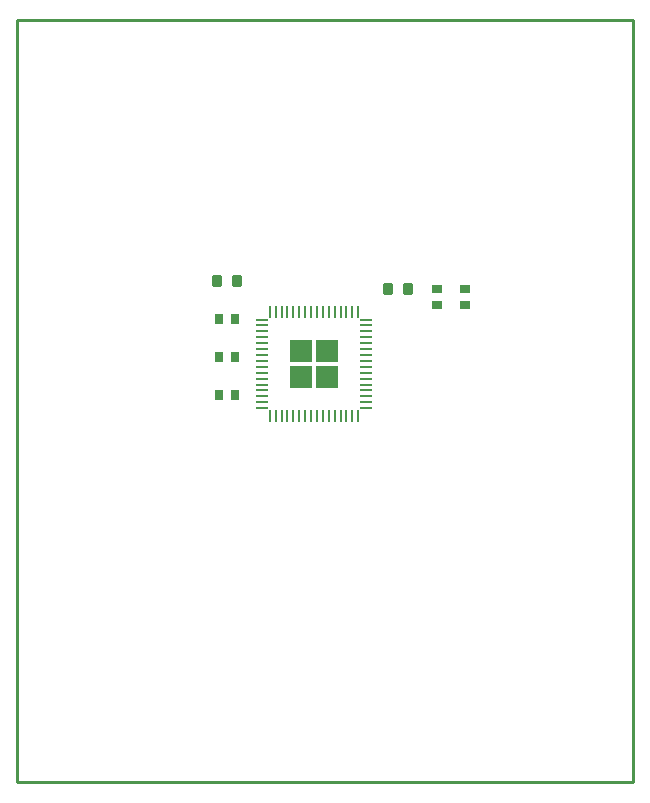
<source format=gtp>
G04*
G04 #@! TF.GenerationSoftware,Altium Limited,Altium Designer,18.1.7 (191)*
G04*
G04 Layer_Color=8421504*
%FSLAX25Y25*%
%MOIN*%
G70*
G01*
G75*
%ADD12C,0.01000*%
%ADD16R,0.07500X0.07500*%
%ADD17R,0.02953X0.03740*%
G04:AMPARAMS|DCode=18|XSize=39.37mil|YSize=35.43mil|CornerRadius=4.43mil|HoleSize=0mil|Usage=FLASHONLY|Rotation=90.000|XOffset=0mil|YOffset=0mil|HoleType=Round|Shape=RoundedRectangle|*
%AMROUNDEDRECTD18*
21,1,0.03937,0.02657,0,0,90.0*
21,1,0.03051,0.03543,0,0,90.0*
1,1,0.00886,0.01329,0.01526*
1,1,0.00886,0.01329,-0.01526*
1,1,0.00886,-0.01329,-0.01526*
1,1,0.00886,-0.01329,0.01526*
%
%ADD18ROUNDEDRECTD18*%
%ADD19O,0.00984X0.04134*%
%ADD20O,0.04134X0.00984*%
%ADD21R,0.03740X0.02953*%
D12*
X0Y0D02*
Y254000D01*
X205500D01*
Y0D02*
Y254000D01*
X0Y0D02*
X205500D01*
D16*
X94750Y135250D02*
D03*
X103250D02*
D03*
Y143750D02*
D03*
X94750D02*
D03*
D17*
X72756Y129000D02*
D03*
X67244D02*
D03*
X72756Y141700D02*
D03*
X67244D02*
D03*
X72756Y154399D02*
D03*
X67244D02*
D03*
D18*
X66654Y167000D02*
D03*
X73347D02*
D03*
X123653Y164500D02*
D03*
X130347D02*
D03*
D19*
X84236Y156921D02*
D03*
X86205D02*
D03*
X88173D02*
D03*
X90142D02*
D03*
X92110D02*
D03*
X94079D02*
D03*
X96047D02*
D03*
X98016D02*
D03*
X99984D02*
D03*
X101953D02*
D03*
X103921D02*
D03*
X105890D02*
D03*
X107858D02*
D03*
X109827D02*
D03*
X111795D02*
D03*
X113764D02*
D03*
Y122079D02*
D03*
X111795D02*
D03*
X109827D02*
D03*
X107858D02*
D03*
X105890D02*
D03*
X103921D02*
D03*
X101953D02*
D03*
X99984D02*
D03*
X98016D02*
D03*
X96047D02*
D03*
X94079D02*
D03*
X92110D02*
D03*
X90142D02*
D03*
X88173D02*
D03*
X86205D02*
D03*
X84236D02*
D03*
D20*
X116421Y154264D02*
D03*
Y152295D02*
D03*
Y150327D02*
D03*
Y148358D02*
D03*
Y146390D02*
D03*
Y144421D02*
D03*
Y142453D02*
D03*
Y140484D02*
D03*
Y138516D02*
D03*
Y136547D02*
D03*
Y134579D02*
D03*
Y132610D02*
D03*
Y130642D02*
D03*
Y128673D02*
D03*
Y126705D02*
D03*
Y124736D02*
D03*
X81579D02*
D03*
Y126705D02*
D03*
Y128673D02*
D03*
Y130642D02*
D03*
Y132610D02*
D03*
Y134579D02*
D03*
Y136547D02*
D03*
Y138516D02*
D03*
Y140484D02*
D03*
Y142453D02*
D03*
Y144421D02*
D03*
Y146390D02*
D03*
Y148358D02*
D03*
Y150327D02*
D03*
Y152295D02*
D03*
Y154264D02*
D03*
D21*
X140000Y164500D02*
D03*
Y158988D02*
D03*
X149500Y164500D02*
D03*
Y158988D02*
D03*
M02*

</source>
